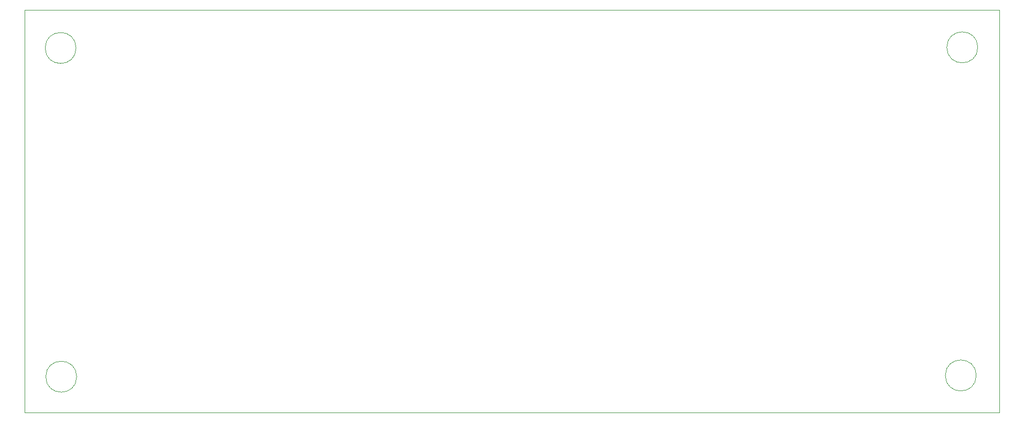
<source format=gbr>
G04 #@! TF.GenerationSoftware,KiCad,Pcbnew,5.1.5+dfsg1-2build2*
G04 #@! TF.CreationDate,2021-03-07T22:41:56+13:00*
G04 #@! TF.ProjectId,MFOS-wallwart,4d464f53-2d77-4616-9c6c-776172742e6b,rev?*
G04 #@! TF.SameCoordinates,Original*
G04 #@! TF.FileFunction,Profile,NP*
%FSLAX46Y46*%
G04 Gerber Fmt 4.6, Leading zero omitted, Abs format (unit mm)*
G04 Created by KiCad (PCBNEW 5.1.5+dfsg1-2build2) date 2021-03-07 22:41:56*
%MOMM*%
%LPD*%
G04 APERTURE LIST*
%ADD10C,0.050000*%
%ADD11C,0.100000*%
G04 APERTURE END LIST*
D10*
X61000000Y-114200000D02*
G75*
G03X61000000Y-114200000I-2500000J0D01*
G01*
X206500000Y-61000000D02*
G75*
G03X206500000Y-61000000I-2500000J0D01*
G01*
X60900000Y-61100000D02*
G75*
G03X60900000Y-61100000I-2500000J0D01*
G01*
D11*
X210000000Y-55000000D02*
X210000000Y-120000000D01*
X52600000Y-55000000D02*
X210000000Y-55000000D01*
X52600000Y-120000000D02*
X52600000Y-55000000D01*
X210000000Y-120000000D02*
X52600000Y-120000000D01*
D10*
X206258800Y-114000000D02*
G75*
G03X206258800Y-114000000I-2500000J0D01*
G01*
M02*

</source>
